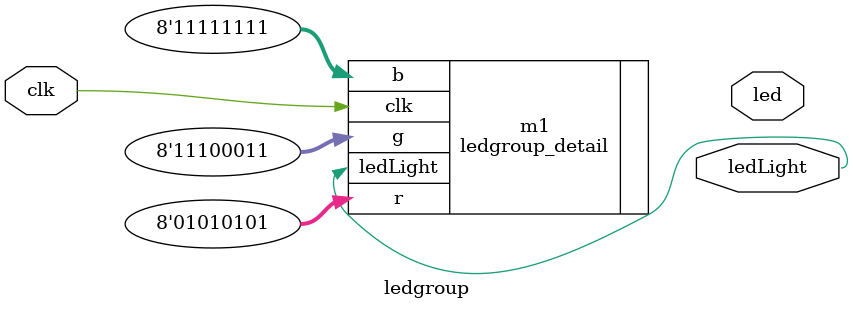
<source format=v>
module ledgroup (
input clk,
output reg led, // 觀察用
output ledLight
// output watchColor
);

parameter r = 8'b01010101;
parameter g = 8'b11100011; // 01010101
parameter b = 8'b11111111;

ledgroup_detail m1 (
  .clk(clk), 
  .g(g),
  .r(r),
  .b(b),
  .ledLight(ledLight)  // 內部reg  外部wire
  );


// http://old.mdy-edu.com/m/view.php?aid=1258

// 【问题45】Error (10663): Verilog HDL Port Connection error at wave.v(31): output or inout port "dataouthc" must be connected to 
// a structural net expression模块例化时数据类型的错误。
// 答：
// 1.输入端口：从模块内部来讲，输入端口必须为线网型（不进行类型声明则默认为wire）；从模块外部来看，输入端口可以连接到线网或reg型的变量。
// 2.输出端口：从模块内部来讲，输出端口可以是线网或reg型；从模块外部来看，输出端口必须连接到线网型的变量。为什么要这样定义，则需要理解fpga的硬件结构。

endmodule
</source>
